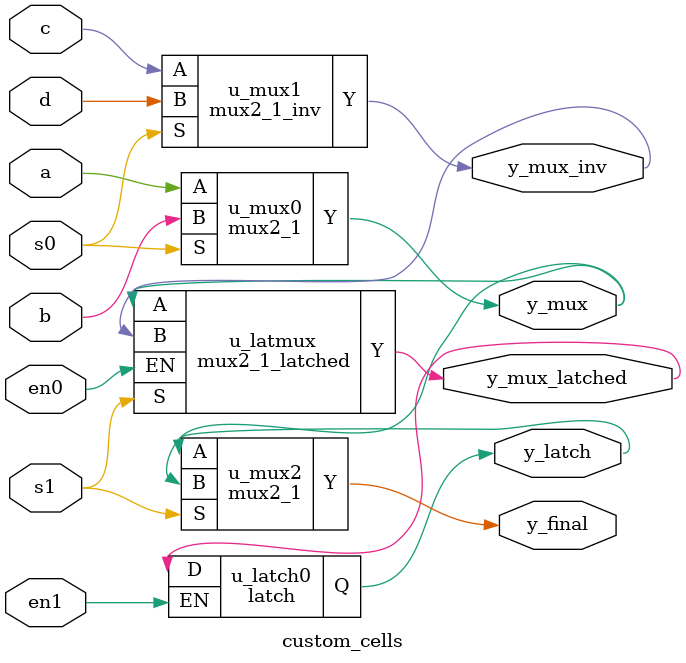
<source format=v>
`timescale 1ns/1ps
`default_nettype none


// 2:1 mux
module mux2_1 (
    input  wire A,
    input  wire B,
    input  wire S,
    output wire Y
);
    assign Y = S ? B : A;
endmodule

// 2:1 mux with inverted output
module mux2_1_inv (
    input  wire A,
    input  wire B,
    input  wire S,
    output wire Y
);
    assign Y = ~(S ? B : A);
endmodule

// Level-sensitive latch (transparent when EN=1, holds when EN=0)
module latch (
    input  wire D,
    input  wire EN,
    output reg  Q
);
    always @(D or EN) begin
        if (EN)
            Q <= D;
    end
endmodule

// 2:1 mux whose output is latched (transparent when EN=1, holds when EN=0)
module mux2_1_latched (
    input  wire A,
    input  wire B,
    input  wire S,
    input  wire EN,
    output reg  Y
);
    always @(A or B or S or EN) begin
        if (EN)
            Y <= (S ? B : A);
    end
endmodule

// ============================================================
// Comprehensive "test circuit" that uses instances of all cells
// ============================================================
module custom_cells (
    input  wire a,
    input  wire b,
    input  wire c,
    input  wire d,
    input  wire s0,
    input  wire s1,
    input  wire en0,
    input  wire en1,
    output wire y_mux,
    output wire y_mux_inv,
    output wire y_latch,
    output wire y_mux_latched,
    output wire y_final
);
    // combinational muxes
    mux2_1 u_mux0 (
        .A(a), .B(b), .S(s0), .Y(y_mux)
    );

    mux2_1_inv u_mux1 (
        .A(c), .B(d), .S(s0), .Y(y_mux_inv)
    );

    // latched mux: selects between the two mux outputs and latches it on en0
    mux2_1_latched u_latmux (
        .A(y_mux),
        .B(y_mux_inv),
        .S(s1),
        .EN(en0),
        .Y(y_mux_latched)
    );

    // latch the latched-mux output on en1
    latch u_latch0 (
        .D(y_mux_latched),
        .EN(en1),
        .Q(y_latch)
    );

    // a final mux stage to exercise chaining (select between latched and direct)
    mux2_1 u_mux2 (
        .A(y_latch),
        .B(y_mux),
        .S(s1),
        .Y(y_final)
    );
endmodule
`default_nettype wire
</source>
